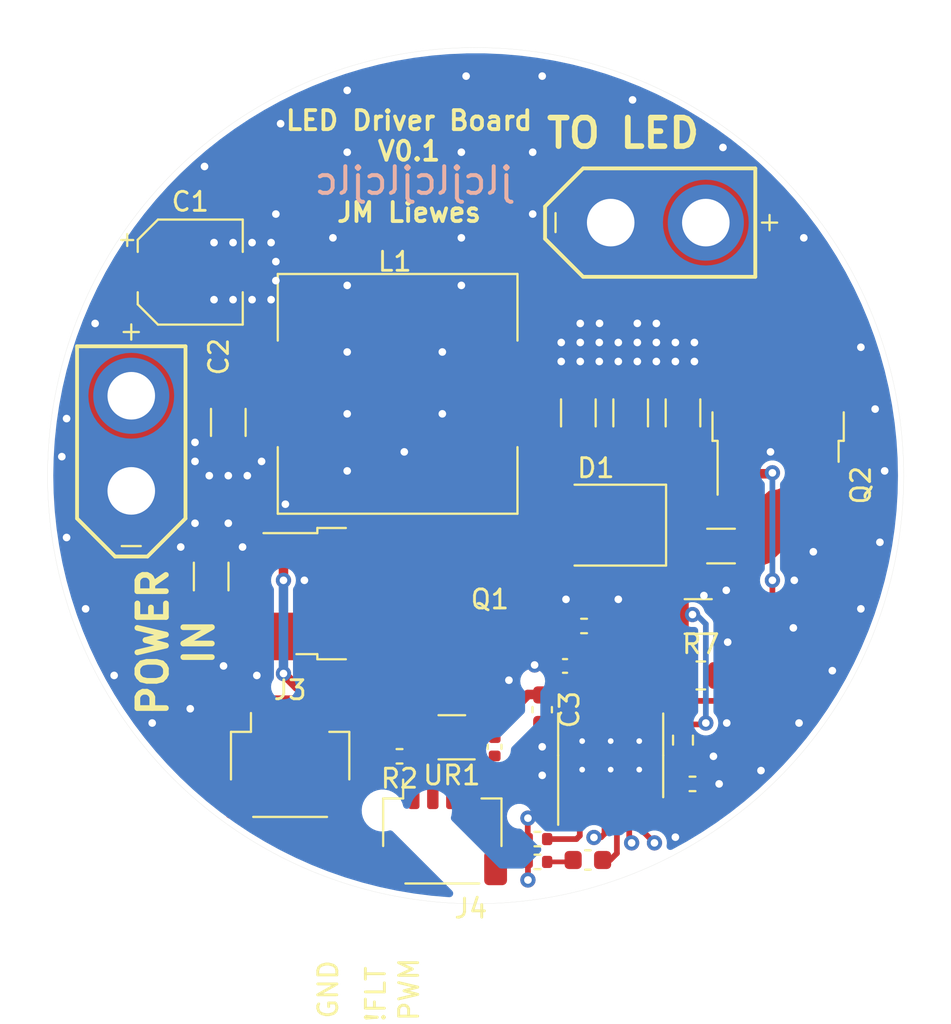
<source format=kicad_pcb>
(kicad_pcb (version 20211014) (generator pcbnew)
  (layers (0 "F.Cu" signal "F.Cu (Signal)") (1 "In1.Cu" power "In1.Cu (GND") (2 "In2.Cu" power "In2.Cu (GND)") (31 "B.Cu" signal "B.Cu (GND + minimal signal)") (34 "B.Paste" user) (35 "F.Paste" user) (36 "B.SilkS" user "B.Silkscreen") (37 "F.SilkS" user "F.Silkscreen") (38 "B.Mask" user) (39 "F.Mask" user) (44 "Edge.Cuts" user))
  (net 0 "")
  (net 1 "GND")
  (net 2 "/VCC")
  (net 3 "/COMP")
  (net 4 "/RCS")
  (net 5 "/NDRV")
  (net 6 "/!DIMOUT")
  (net 7 "/ICTRL")
  (net 8 "/RT{slash}SYNC")
  (net 9 "/CS")
  (net 10 "/ISENSE-")
  (net 11 "/OPV")
  (net 12 "/comp_RC")
  (net 13 "/ISENSE+")
  (net 14 "/IN")
  (net 15 "/LED+")
  (net 16 "/!FTL")
  (net 17 "/PWMDIM")
  (net 18 "/V-out")
  (net 19 "/L-out")
  (net 20 "/Vout-FET")
  (net 21 "+3V3")
  (net 22 "/I2C_SDA")
  (net 23 "/I2C_SCL")
  (net 24 "/divider_high")
  (footprint "Package_TO_SOT_SMD:SOT-363_SC-70-6" (layer "F.Cu") (at 148.75 113.75 180)
    (fp_text reference "UR1" (at 0 -2) (layer "F.SilkS"))
    (fp_text value "MCP4018T-104E")
    (fp_line (start 0.7 -1.16) (end -1.2 -1.16) (layer "F.SilkS") (width 0.12))
    (fp_line (start -0.7 1.16) (end 0.7 1.16) (layer "F.SilkS") (width 0.12))
    (pad "1" smd rect (at -0.95 -0.65 180) (size 0.65 0.4) (layers "F.Cu" "F.Paste" "F.Mask") (net 21 "+3V3"))
    (pad "2" smd rect (at -0.95 0 180) (size 0.65 0.4) (layers "F.Cu" "F.Paste" "F.Mask") (net 1 "GND"))
    (pad "3" smd rect (at -0.95 0.65 180) (size 0.65 0.4) (layers "F.Cu" "F.Paste" "F.Mask") (net 23 "/I2C_SCL"))
    (pad "4" smd rect (at 0.95 0.65 180) (size 0.65 0.4) (layers "F.Cu" "F.Paste" "F.Mask") (net 22 "/I2C_SDA"))
    (pad "5" smd rect (at 0.95 0 180) (size 0.65 0.4) (layers "F.Cu" "F.Paste" "F.Mask") (net 7 "/ICTRL"))
    (pad "6" smd rect (at 0.95 -0.65 180) (size 0.65 0.4) (layers "F.Cu" "F.Paste" "F.Mask") (net 24 "/divider_high"))
  )
  (footprint "Resistor_SMD:R_0805_2012Metric" (layer "F.Cu") (at 161.8375 110.5)
    (fp_text reference "R7" (at 0 -1.65) (layer "F.SilkS"))
    (fp_text value "100R")
    (fp_line (start -0.227064 0.735) (end 0.227064 0.735) (layer "F.SilkS") (width 0.12))
    (fp_line (start -0.227064 -0.735) (end 0.227064 -0.735) (layer "F.SilkS") (width 0.12))
    (pad "1" smd roundrect (at -0.9125 0) (size 1.025 1.4) (layers "F.Cu" "F.Paste" "F.Mask") (roundrect_rratio 0.243902) (net 10 "/ISENSE-"))
    (pad "2" smd roundrect (at 0.9125 0) (size 1.025 1.4) (layers "F.Cu" "F.Paste" "F.Mask") (roundrect_rratio 0.243902) (net 20 "/Vout-FET"))
  )
  (footprint "Connector_JST:JST_SH_SM04B-SRSS-TB_1x04-1MP_P1.00mm_Horizontal" (layer "F.Cu") (at 148.25 118.75)
    (fp_text reference "J4" (at 1.5 4) (layer "F.SilkS"))
    (fp_text value "JST_SM04B")
    (fp_line (start -3.11 -1.785) (end -2.06 -1.785) (layer "F.SilkS") (width 0.12))
    (fp_line (start -1.94 2.685) (end 1.94 2.685) (layer "F.SilkS") (width 0.12))
    (fp_line (start 3.11 -1.785) (end 2.06 -1.785) (layer "F.SilkS") (width 0.12))
    (fp_line (start 3.11 0.715) (end 3.11 -1.785) (layer "F.SilkS") (width 0.12))
    (fp_line (start -2.06 -1.785) (end -2.06 -2.775) (layer "F.SilkS") (width 0.12))
    (fp_line (start -3.11 0.715) (end -3.11 -1.785) (layer "F.SilkS") (width 0.12))
    (pad "1" smd roundrect (at -1.5 -2) (size 0.6 1.55) (layers "F.Cu" "F.Paste" "F.Mask") (net 21 "+3V3"))
    (pad "2" smd roundrect (at -0.5 -2) (size 0.6 1.55) (layers "F.Cu" "F.Paste" "F.Mask") (net 16 "/!FTL"))
    (pad "3" smd roundrect (at 0.5 -2) (size 0.6 1.55) (layers "F.Cu" "F.Paste" "F.Mask") (net 17 "/PWMDIM"))
    (pad "4" smd roundrect (at 1.5 -2) (size 0.6 1.55) (layers "F.Cu" "F.Paste" "F.Mask") (net 1 "GND"))
    (pad "MP" smd roundrect (at -2.8 1.875) (size 1.2 1.8) (layers "F.Cu" "F.Paste" "F.Mask") (roundrect_rratio 0.208333))
    (pad "MP" smd roundrect (at 2.8 1.875) (size 1.2 1.8) (layers "F.Cu" "F.Paste" "F.Mask") (roundrect_rratio 0.208333))
  )
  (footprint "Eldalote-footprints:XT30_Female" (layer "F.Cu") (at 159.6 86.7)
    (fp_text reference "J2")
    (fp_text value "XT30")
    (fp_line (start 5.1 -2.85) (end -3.95 -2.85) (layer "F.SilkS") (width 0.2))
    (fp_line (start 5.1 2.85) (end -3.95 2.85) (layer "F.SilkS") (width 0.2))
    (fp_line (start -5.95 0.85) (end -3.95 2.85) (layer "F.SilkS") (width 0.2))
    (fp_line (start -5.4 0.5) (end -5.4 -0.5) (layer "F.SilkS") (width 0.12))
    (fp_line (start -5.95 -0.85) (end -5.95 0.85) (layer "F.SilkS") (width 0.2))
    (fp_line (start 5.1 -2.85) (end 5.1 2.85) (layer "F.SilkS") (width 0.2))
    (fp_line (start 5.45 0) (end 6.25 0) (layer "F.SilkS") (width 0.12))
    (fp_line (start 5.85 -0.4) (end 5.85 0.4) (layer "F.SilkS") (width 0.12))
    (fp_line (start -5.95 -0.85) (end -3.95 -2.85) (layer "F.SilkS") (width 0.2))
    (pad "1" thru_hole circle (at -2.5 0) (size 4 4) (drill 2.5) (layers *.Cu *.Mask) (net 1 "GND"))
    (pad "2" thru_hole circle (at 2.5 0) (size 4 4) (drill 2.5) (layers *.Cu *.Mask) (net 15 "/LED+"))
  )
  (footprint "Capacitor_SMD:C_1206_3216Metric" (layer "F.Cu") (at 161.7 107.4)
    (fp_text reference "C9")
    (fp_text value "4u7")
    (fp_line (start -0.711252 0.91) (end 0.711252 0.91) (layer "F.SilkS") (width 0.12))
    (fp_line (start -0.711252 -0.91) (end 0.711252 -0.91) (layer "F.SilkS") (width 0.12))
    (pad "1" smd roundrect (at -1.475 0) (size 1.15 1.8) (layers "F.Cu" "F.Paste" "F.Mask") (roundrect_rratio 0.217391) (net 18 "/V-out"))
    (pad "2" smd roundrect (at 1.475 0) (size 1.15 1.8) (layers "F.Cu" "F.Paste" "F.Mask") (roundrect_rratio 0.217391) (net 1 "GND"))
  )
  (footprint "Eldalote-footprints:SRP-1265C" (layer "F.Cu") (at 145.9 95.7)
    (fp_text reference "L1" (at -0.15 -6.95 unlocked) (layer "F.SilkS"))
    (fp_text value "6u8")
    (fp_line (start 6.3 -6.3) (end -6.3 -6.3) (layer "F.SilkS") (width 0.12))
    (fp_line (start -6.3 -6.3) (end -6.3 -2.8) (layer "F.SilkS") (width 0.12))
    (fp_line (start -6.3 6.3) (end -6.3 2.8) (layer "F.SilkS") (width 0.12))
    (fp_line (start 6.3 6.3) (end -6.3 6.3) (layer "F.SilkS") (width 0.12))
    (fp_line (start 6.3 -6.3) (end 6.3 -2.8) (layer "F.SilkS") (width 0.12))
    (fp_line (start 6.3 6.3) (end 6.3 2.8) (layer "F.SilkS") (width 0.12))
    (pad "1" smd rect (at -5.625 0) (size 3.25 5) (layers "F.Cu" "F.Paste" "F.Mask") (net 14 "/IN"))
    (pad "2" smd rect (at 5.625 0) (size 3.25 5) (layers "F.Cu" "F.Paste" "F.Mask") (net 19 "/L-out"))
  )
  (footprint "Capacitor_SMD:C_1206_3216Metric" (layer "F.Cu") (at 158.15 96.7 90)
    (fp_text reference "C7")
    (fp_text value "4u7")
    (fp_line (start -0.711252 -0.91) (end 0.711252 -0.91) (layer "F.SilkS") (width 0.12))
    (fp_line (start -0.711252 0.91) (end 0.711252 0.91) (layer "F.SilkS") (width 0.12))
    (pad "1" smd roundrect (at -1.475 0 90) (size 1.15 1.8) (layers "F.Cu" "F.Paste" "F.Mask") (roundrect_rratio 0.217391) (net 18 "/V-out"))
    (pad "2" smd roundrect (at 1.475 0 90) (size 1.15 1.8) (layers "F.Cu" "F.Paste" "F.Mask") (roundrect_rratio 0.217391) (net 1 "GND"))
  )
  (footprint "Capacitor_SMD:C_0603_1608Metric" (layer "F.Cu") (at 155.9 120.2 180)
    (fp_text reference "C5")
    (fp_text value "220n")
    (fp_line (start -0.14058 -0.51) (end 0.14058 -0.51) (layer "F.SilkS") (width 0.12))
    (fp_line (start -0.14058 0.51) (end 0.14058 0.51) (layer "F.SilkS") (width 0.12))
    (pad "1" smd roundrect (at -0.775 0 180) (size 0.9 0.95) (layers "F.Cu" "F.Paste" "F.Mask") (net 3 "/COMP"))
    (pad "2" smd roundrect (at 0.775 0 180) (size 0.9 0.95) (layers "F.Cu" "F.Paste" "F.Mask") (net 12 "/comp_RC"))
  )
  (footprint "Resistor_SMD:R_1206_3216Metric" (layer "F.Cu") (at 136.1 105.3 -90)
    (fp_text reference "R9")
    (fp_text value "51m")
    (fp_line (start -0.727064 0.91) (end 0.727064 0.91) (layer "F.SilkS") (width 0.12))
    (fp_line (start -0.727064 -0.91) (end 0.727064 -0.91) (layer "F.SilkS") (width 0.12))
    (pad "1" smd roundrect (at -1.4625 0 270) (size 1.125 1.75) (layers "F.Cu" "F.Paste" "F.Mask") (roundrect_rratio 0.222222) (net 1 "GND"))
    (pad "2" smd roundrect (at 1.4625 0 270) (size 1.125 1.75) (layers "F.Cu" "F.Paste" "F.Mask") (roundrect_rratio 0.222222) (net 4 "/RCS"))
  )
  (footprint "Resistor_SMD:R_0603_1608Metric" (layer "F.Cu") (at 160.9 113.9 90)
    (fp_text reference "R5")
    (fp_text value "5M1")
    (fp_line (start -0.237258 -0.5225) (end 0.237258 -0.5225) (layer "F.SilkS") (width 0.12))
    (fp_line (start -0.237258 0.5225) (end 0.237258 0.5225) (layer "F.SilkS") (width 0.12))
    (pad "1" smd roundrect (at -0.825 0 90) (size 0.8 0.95) (layers "F.Cu" "F.Paste" "F.Mask") (net 11 "/OPV"))
    (pad "2" smd roundrect (at 0.825 0 90) (size 0.8 0.95) (layers "F.Cu" "F.Paste" "F.Mask") (net 18 "/V-out"))
  )
  (footprint "Capacitor_SMD:CP_Elec_5x5.3" (layer "F.Cu") (at 135 89.3)
    (fp_text reference "C1" (at 0 -3.7) (layer "F.SilkS"))
    (fp_text value "22u")
    (fp_line (start 2.76 -2.76) (end 2.76 -1.06) (layer "F.SilkS") (width 0.12))
    (fp_line (start -2.76 1.695563) (end -2.76 1.06) (layer "F.SilkS") (width 0.12))
    (fp_line (start -2.76 -1.695563) (end -2.76 -1.06) (layer "F.SilkS") (width 0.12))
    (fp_line (start -2.76 1.695563) (end -1.695563 2.76) (layer "F.SilkS") (width 0.12))
    (fp_line (start -1.695563 -2.76) (end 2.76 -2.76) (layer "F.SilkS") (width 0.12))
    (fp_line (start -2.76 -1.695563) (end -1.695563 -2.76) (layer "F.SilkS") (width 0.12))
    (fp_line (start -3.3125 -1.9975) (end -3.3125 -1.3725) (layer "F.SilkS") (width 0.12))
    (fp_line (start -3.625 -1.685) (end -3 -1.685) (layer "F.SilkS") (width 0.12))
    (fp_line (start -1.695563 2.76) (end 2.76 2.76) (layer "F.SilkS") (width 0.12))
    (fp_line (start 2.76 2.76) (end 2.76 1.06) (layer "F.SilkS") (width 0.12))
    (pad "1" smd roundrect (at -2.2 0) (size 3 1.6) (layers "F.Cu" "F.Paste" "F.Mask") (roundrect_rratio 0.15625) (net 14 "/IN"))
    (pad "2" smd roundrect (at 2.2 0) (size 3 1.6) (layers "F.Cu" "F.Paste" "F.Mask") (roundrect_rratio 0.15625) (net 1 "GND"))
  )
  (footprint "Capacitor_SMD:C_0402_1005Metric" (layer "F.Cu") (at 151 114.25 90)
    (fp_text reference "C10")
    (fp_text value "100n")
    (fp_line (start -0.107836 0.36) (end 0.107836 0.36) (layer "F.SilkS") (width 0.12))
    (fp_line (start -0.107836 -0.36) (end 0.107836 -0.36) (layer "F.SilkS") (width 0.12))
    (pad "1" smd roundrect (at -0.48 0 90) (size 0.56 0.62) (layers "F.Cu" "F.Paste" "F.Mask") (net 21 "+3V3"))
    (pad "2" smd roundrect (at 0.48 0 90) (size 0.56 0.62) (layers "F.Cu" "F.Paste" "F.Mask") (net 1 "GND"))
  )
  (footprint "Package_SO:HTSSOP-16-1EP_4.4x5mm_P0.65mm_EP3.4x5mm_Mask2.46x2.31mm_ThermalVias" (layer "F.Cu") (at 157.1 114.7 90)
    (fp_text reference "U1")
    (fp_text value "MAX16833")
    (fp_line (start 0 2.76) (end -2.2 2.76) (layer "F.SilkS") (width 0.12))
    (fp_line (start 0 -2.76) (end 2.2 -2.76) (layer "F.SilkS") (width 0.12))
    (fp_line (start 0 -2.76) (end -3.65 -2.76) (layer "F.SilkS") (width 0.12))
    (fp_line (start 0 2.76) (end 2.2 2.76) (layer "F.SilkS") (width 0.12))
    (pad "1" smd roundrect (at -2.8625 -2.275 90) (size 1.575 0.4) (layers "F.Cu" "F.Paste" "F.Mask") (net 1 "GND"))
    (pad "2" smd roundrect (at -2.8625 -1.625 90) (size 1.575 0.4) (layers "F.Cu" "F.Paste" "F.Mask") (net 8 "/RT{slash}SYNC"))
    (pad "3" smd roundrect (at -2.8625 -0.975 90) (size 1.575 0.4) (layers "F.Cu" "F.Paste" "F.Mask") (net 1 "GND"))
    (pad "4" smd roundrect (at -2.8625 -0.325 90) (size 1.575 0.4) (layers "F.Cu" "F.Paste" "F.Mask") (net 7 "/ICTRL"))
    (pad "5" smd roundrect (at -2.8625 0.325 90) (size 1.575 0.4) (layers "F.Cu" "F.Paste" "F.Mask") (net 3 "/COMP"))
    (pad "6" smd roundrect (at -2.8625 0.975 90) (size 1.575 0.4) (layers "F.Cu" "F.Paste" "F.Mask") (net 16 "/!FTL"))
    (pad "7" smd roundrect (at -2.8625 1.625 90) (size 1.575 0.4) (layers "F.Cu" "F.Paste" "F.Mask") (net 17 "/PWMDIM"))
    (pad "8" smd roundrect (at -2.8625 2.275 90) (size 1.575 0.4) (layers "F.Cu" "F.Paste" "F.Mask") (net 11 "/OPV"))
    (pad "9" smd roundrect (at 2.8625 2.275 90) (size 1.575 0.4) (layers "F.Cu" "F.Paste" "F.Mask") (net 6 "/!DIMOUT"))
    (pad "10" smd roundrect (at 2.8625 1.625 90) (size 1.575 0.4) (layers "F.Cu" "F.Paste" "F.Mask") (net 10 "/ISENSE-"))
    (pad "11" smd roundrect (at 2.8625 0.975 90) (size 1.575 0.4) (layers "F.Cu" "F.Paste" "F.Mask") (net 13 "/ISENSE+"))
    (pad "12" smd roundrect (at 2.8625 0.325 90) (size 1.575 0.4) (layers "F.Cu" "F.Paste" "F.Mask") (net 9 "/CS"))
    (pad "13" smd roundrect (at 2.8625 -0.325 90) (size 1.575 0.4) (layers "F.Cu" "F.Paste" "F.Mask") (net 1 "GND"))
    (pad "14" smd roundrect (at 2.8625 -0.975 90) (size 1.575 0.4) (layers "F.Cu" "F.Paste" "F.Mask") (net 5 "/NDRV"))
    (pad "15" smd roundrect (at 2.8625 -1.625 90) (size 1.575 0.4) (layers "F.Cu" "F.Paste" "F.Mask") (net 2 "/VCC"))
    (pad "16" smd roundrect (at 2.8625 -2.275 90) (size 1.575 0.4) (layers "F.Cu" "F.Paste" "F.Mask") (net 14 "/IN"))
    (pad "17" thru_hole circle (at 0.75 1.5 90) (size 0.7 0.7) (drill 0.3) (layers *.Cu) (net 1 "GND"))
    (pad "17" thru_hole circle (at 0.75 -1.5 90) (size 0.7 0.7) (drill 0.3) (layers *.Cu) (net 1 "GND"))
    (pad "17" thru_hole circle (at -0.75 -1.5 90) (size 0.7 0.7) (drill 0.3) (layers *.Cu) (net 1 "GND"))
    (pad "17" thru_hole circle (at -0.75 1.5 90) (size 0.7 0.7) (drill 0.3) (layers *.Cu) (net 1 "GND"))
    (pad "17" smd rect (at 0 0 90) (size 2 3.5) (layers "B.Cu") (net 1 "GND"))
    (pad "17" thru_hole circle (at -0.75 0 90) (size 0.7 0.7) (drill 0.3) (layers *.Cu) (net 1 "GND"))
    (pad "17" smd rect (at 0 0 90) (size 3.4 5) (layers "F.Cu") (net 1 "GND"))
    (pad "17" thru_hole circle (at 0.75 0 90) (size 0.7 0.7) (drill 0.3) (layers *.Cu) (net 1 "GND"))
  )
  (footprint "Resistor_SMD:R_0402_1005Metric" (layer "F.Cu") (at 153.25 120.3)
    (fp_text reference "R8")
    (fp_text value "910R")
    (fp_line (start -0.153641 0.38) (end 0.153641 0.38) (layer "F.SilkS") (width 0.12))
    (fp_line (start -0.153641 -0.38) (end 0.153641 -0.38) (layer "F.SilkS") (width 0.12))
    (pad "1" smd roundrect (at -0.51 0) (size 0.54 0.64) (layers "F.Cu" "F.Paste" "F.Mask") (net 1 "GND"))
    (pad "2" smd roundrect (at 0.51 0) (size 0.54 0.64) (layers "F.Cu" "F.Paste" "F.Mask") (net 12 "/comp_RC"))
  )
  (footprint "Resistor_SMD:R_1206_3216Metric" (layer "F.Cu") (at 162.9 103.7 180)
    (fp_text reference "R6")
    (fp_text value "330m")
    (fp_line (start -0.727064 0.91) (end 0.727064 0.91) (layer "F.SilkS") (width 0.12))
    (fp_line (start -0.727064 -0.91) (end 0.727064 -0.91) (layer "F.SilkS") (width 0.12))
    (pad "1" smd roundrect (at -1.4625 0 180) (size 1.125 1.75) (layers "F.Cu" "F.Paste" "F.Mask") (roundrect_rratio 0.222222) (net 20 "/Vout-FET"))
    (pad "2" smd roundrect (at 1.4625 0 180) (size 1.125 1.75) (layers "F.Cu" "F.Paste" "F.Mask") (roundrect_rratio 0.222222) (net 18 "/V-out"))
  )
  (footprint "Capacitor_SMD:C_1206_3216Metric" (layer "F.Cu") (at 155.4 96.7 90)
    (fp_text reference "C8")
    (fp_text value "4u7")
    (fp_line (start -0.711252 0.91) (end 0.711252 0.91) (layer "F.SilkS") (width 0.12))
    (fp_line (start -0.711252 -0.91) (end 0.711252 -0.91) (layer "F.SilkS") (width 0.12))
    (pad "1" smd roundrect (at -1.475 0 90) (size 1.15 1.8) (layers "F.Cu" "F.Paste" "F.Mask") (roundrect_rratio 0.217391) (net 18 "/V-out"))
    (pad "2" smd roundrect (at 1.475 0 90) (size 1.15 1.8) (layers "F.Cu" "F.Paste" "F.Mask") (roundrect_rratio 0.217391) (net 1 "GND"))
  )
  (footprint "Eldalote-footprints:XT30" (layer "F.Cu") (at 131.9 98.3 90)
    (fp_text reference "J1")
    (fp_text value "XT30")
    (fp_line (start 5.1 -2.85) (end 5.1 2.85) (layer "F.SilkS") (width 0.2))
    (fp_line (start -5.95 -0.85) (end -5.95 0.85) (layer "F.SilkS") (width 0.2))
    (fp_line (start 5.1 -2.85) (end -3.95 -2.85) (layer "F.SilkS") (width 0.2))
    (fp_line (start -5.95 0.85) (end -3.95 2.85) (layer "F.SilkS") (width 0.2))
    (fp_line (start -5.95 -0.85) (end -3.95 -2.85) (layer "F.SilkS") (width 0.2))
    (fp_line (start 5.45 0) (end 6.25 0) (layer "F.SilkS") (width 0.12))
    (fp_line (start 5.1 2.85) (end -3.95 2.85) (layer "F.SilkS") (width 0.2))
    (fp_line (start 5.85 -0.4) (end 5.85 0.4) (layer "F.SilkS") (width 0.12))
    (fp_line (start -5.4 0.5) (end -5.4 -0.5) (layer "F.SilkS") (width 0.12))
    (pad "1" thru_hole circle (at -2.5 0 90) (size 4 4) (drill 2.5) (layers *.Cu *.Mask) (net 1 "GND"))
    (pad "2" thru_hole circle (at 2.5 0 90) (size 4 4) (drill 2.5) (layers *.Cu *.Mask) (net 14 "/IN"))
  )
  (footprint "Resistor_SMD:R_0402_1005Metric" (layer "F.Cu") (at 153.25 119.1)
    (fp_text reference "R1")
    (fp_text value "7k32")
    (fp_line (start -0.153641 0.38) (end 0.153641 0.38) (layer "F.SilkS") (width 0.12))
    (fp_line (start -0.153641 -0.38) (end 0.153641 -0.38) (layer "F.SilkS") (width 0.12))
    (pad "1" smd roundrect (at -0.51 0) (size 0.54 0.64) (layers "F.Cu" "F.Paste" "F.Mask") (net 1 "GND"))
    (pad "2" smd roundrect (at 0.51 0) (size 0.54 0.64) (layers "F.Cu" "F.Paste" "F.Mask") (net 8 "/RT{slash}SYNC"))
  )
  (footprint "Capacitor_SMD:C_0603_1608Metric" (layer "F.Cu") (at 153.5 112.3 -90)
    (fp_text reference "C3" (at 0 -1.43 -90) (layer "F.SilkS"))
    (fp_text value "100n")
    (fp_line (start -0.14058 -0.51) (end 0.14058 -0.51) (layer "F.SilkS") (width 0.12))
    (fp_line (start -0.14058 0.51) (end 0.14058 0.51) (layer "F.SilkS") (width 0.12))
    (pad "1" smd roundrect (at -0.775 0 270) (size 0.9 0.95) (layers "F.Cu" "F.Paste" "F.Mask") (net 14 "/IN"))
    (pad "2" smd roundrect (at 0.775 0 270) (size 0.9 0.95) (layers "F.Cu" "F.Paste" "F.Mask") (net 1 "GND"))
  )
  (footprint "Resistor_SMD:R_0402_1005Metric" (layer "F.Cu") (at 146 114.75 180)
    (fp_text reference "R2" (at 0 -1.17) (layer "F.SilkS"))
    (fp_text value "100k")
    (fp_line (start -0.153641 0.38) (end 0.153641 0.38) (layer "F.SilkS") (width 0.12))
    (fp_line (start -0.153641 -0.38) (end 0.153641 -0.38) (layer "F.SilkS") (width 0.12))
    (pad "1" smd roundrect (at -0.51 0 180) (size 0.54 0.64) (layers "F.Cu" "F.Paste" "F.Mask") (net 24 "/divider_high"))
    (pad "2" smd roundrect (at 0.51 0 180) (size 0.54 0.64) (layers "F.Cu" "F.Paste" "F.Mask") (net 21 "+3V3"))
  )
  (footprint "Capacitor_SMD:C_0402_1005Metric" (layer "F.Cu") (at 154.7 110)
    (fp_text reference "C4")
    (fp_text value "1u")
    (fp_line (start -0.107836 0.36) (end 0.107836 0.36) (layer "F.SilkS") (width 0.12))
    (fp_line (start -0.107836 -0.36) (end 0.107836 -0.36) (layer "F.SilkS") (width 0.12))
    (pad "1" smd roundrect (at -0.48 0) (size 0.56 0.62) (layers "F.Cu" "F.Paste" "F.Mask") (net 1 "GND"))
    (pad "2" smd roundrect (at 0.48 0) (size 0.56 0.62) (layers "F.Cu" "F.Paste" "F.Mask") (net 2 "/VCC"))
  )
  (footprint "Connector_JST:JST_SH_SM04B-SRSS-TB_1x04-1MP_P1.00mm_Horizontal" (layer "F.Cu") (at 140.25 115.25)
    (fp_text reference "J3" (at 0 -3.98) (layer "F.SilkS"))
    (fp_text value "JST_SM04B")
    (fp_line (start -3.11 -1.785) (end -2.06 -1.785) (layer "F.SilkS") (width 0.12))
    (fp_line (start -2.06 -1.785) (end -2.06 -2.775) (layer "F.SilkS") (width 0.12))
    (fp_line (start 3.11 -1.785) (end 2.06 -1.785) (layer "F.SilkS") (width 0.12))
    (fp_line (start -3.11 0.715) (end -3.11 -1.785) (layer "F.SilkS") (width 0.12))
    (fp_line (start 3.11 0.715) (end 3.11 -1.785) (layer "F.SilkS") (width 0.12))
    (fp_line (start -1.94 2.685) (end 1.94 2.685) (layer "F.SilkS") (width 0.12))
    (pad "1" smd roundrect (at -1.5 -2) (size 0.6 1.55) (layers "F.Cu" "F.Paste" "F.Mask") (net 21 "+3V3"))
    (pad "2" smd roundrect (at -0.5 -2) (size 0.6 1.55) (layers "F.Cu" "F.Paste" "F.Mask") (net 22 "/I2C_SDA"))
    (pad "3" smd roundrect (at 0.5 -2) (size 0.6 1.55) (layers "F.Cu" "F.Paste" "F.Mask") (net 23 "/I2C_SCL"))
    (pad "4" smd roundrect (at 1.5 -2) (size 0.6 1.55) (layers "F.Cu" "F.Paste" "F.Mask") (net 1 "GND"))
    (pad "MP" smd roundrect (at 2.8 1.875) (size 1.2 1.8) (layers "F.Cu" "F.Paste" "F.Mask") (roundrect_rratio 0.208333))
    (pad "MP" smd roundrect (at -2.8 1.875) (size 1.2 1.8) (layers "F.Cu" "F.Paste" "F.Mask") (roundrect_rratio 0.208333))
  )
  (footprint "Capacitor_SMD:C_1206_3216Metric" (layer "F.Cu") (at 137 97.2 -90)
    (fp_text reference "C2" (at -3.45 0.5 -270) (layer "F.SilkS"))
    (fp_text value "10u ")
    (fp_line (start -0.711252 -0.91) (end 0.711252 -0.91) (layer "F.SilkS") (width 0.12))
    (fp_line (start -0.711252 0.91) (end 0.711252 0.91) (layer "F.SilkS") (width 0.12))
    (pad "1" smd roundrect (at -1.475 0 270) (size 1.15 1.8) (layers "F.Cu" "F.Paste" "F.Mask") (roundrect_rratio 0.217391) (net 14 "/IN"))
    (pad "2" smd roundrect (at 1.475 0 270) (size 1.15 1.8) (layers "F.Cu" "F.Paste" "F.Mask") (roundrect_rratio 0.217391) (net 1 "GND"))
  )
  (footprint "Capacitor_SMD:C_1206_3216Metric" (layer "F.Cu") (at 160.9 96.7 90)
    (fp_text reference "C6")
    (fp_text value "4u7")
    (fp_line (start -0.711252 -0.91) (end 0.711252 -0.91) (layer "F.SilkS") (width 0.12))
    (fp_line (start -0.711252 0.91) (end 0.711252 0.91) (layer "F.SilkS") (width 0.12))
    (pad "1" smd roundrect (at -1.475 0 90) (size 1.15 1.8) (layers "F.Cu" "F.Paste" "F.Mask") (roundrect_rratio 0.217391) (net 18 "/V-out"))
    (pad "2" smd roundrect (at 1.475 0 90) (size 1.15 1.8) (layers "F.Cu" "F.Paste" "F.Mask") (roundrect_rratio 0.217391) (net 1 "GND"))
  )
  (footprint "NetTie:NetTie-2_SMD_Pad0.5mm" (layer "F.Cu") (at 158.5 106.75 90)
    (fp_text reference "NT1")
    (fp_text value "NetTie_2")
    (fp_poly (pts (xy -0.5 -0.25) (xy 0.5 -0.25) (xy 0.5 0.25) (xy -0.5 0.25)) (layer "F.Cu") (width 0) (fill solid))
    (pad "1" smd circle (at -0.5 0 90) (size 0.5 0.5) (layers "F.Cu") (net 13 "/ISENSE+"))
    (pad "2" smd circle (at 0.5 0 90) (size 0.5 0.5) (layers "F.Cu") (net 18 "/V-out"))
  )
  (footprint "Package_TO_SOT_SMD:TO-252-2" (layer "F.Cu") (at 165.9 95.7 90)
    (fp_text reference "Q2" (at -4.8 4.35 90) (layer "F.SilkS"))
    (fp_text value "SUD50P10-43L-GE3")
    (fp_line (start -2.47 -3.18) (end -5.3 -3.18) (layer "F.SilkS") (width 0.12))
    (fp_line (start -2.47 -3.45) (end -2.47 -3.18) (layer "F.SilkS") (width 0.12))
    (fp_line (start -2.47 3.45) (end -2.47 3.18) (layer "F.SilkS") (width 0.12))
    (fp_line (start -0.97 3.45) (end -2.47 3.45) (layer "F.SilkS") (width 0.12))
    (fp_line (start -0.97 -3.45) (end -2.47 -3.45) (layer "F.SilkS") (width 0.12))
    (fp_line (start -2.47 3.18) (end -3.57 3.18) (layer "F.SilkS") (width 0.12))
    (pad "1" smd rect (at -4.2 -2.28 90) (size 2.2 1.2) (layers "F.Cu" "F.Paste" "F.Mask") (net 6 "/!DIMOUT"))
    (pad "2" smd rect (at 2.1 0 90) (size 6.4 5.8) (layers "F.Cu" "F.Mask") (net 15 "/LED+"))
    (pad "3" smd rect (at -4.2 2.28 90) (size 2.2 1.2) (layers "F.Cu" "F.Paste" "F.Mask") (net 20 "/Vout-FET"))
  )
  (footprint "Resistor_SMD:R_0402_1005Metric" (layer "F.Cu") (at 155.7 107.9 180)
    (fp_text reference "R4")
    (fp_text value "4k7")
    (fp_line (start -0.153641 -0.38) (end 0.153641 -0.38) (layer "F.SilkS") (width 0.12))
    (fp_line (start -0.153641 0.38) (end 0.153641 0.38) (layer "F.SilkS") (width 0.12))
    (pad "1" smd roundrect (at -0.51 0 180) (size 0.54 0.64) (layers "F.Cu" "F.Paste" "F.Mask") (net 9 "/CS"))
    (pad "2" smd roundrect (at 0.51 0 180) (size 0.54 0.64) (layers "F.Cu" "F.Paste" "F.Mask") (net 4 "/RCS"))
  )
  (footprint "Diode_SMD:D_PowerDI-5" (layer "F.Cu") (at 156.2 102.6 180)
    (fp_text reference "D1" (at -0.12 3) (layer "F.SilkS"))
    (fp_text value "D_Schottky")
    (fp_line (start -3.81 2.125) (end -3.81 -2.125) (layer "F.SilkS") (width 0.12))
    (fp_line (start 1 -2.125) (end -3.81 -2.125) (layer "F.SilkS") (width 0.12))
    (fp_line (start -3.81 2.125) (end 1 2.125) (layer "F.SilkS") (width 0.12))
    (pad "1" smd rect (at -1.12 0) (size 4.86 3.36) (layers "F.Cu" "F.Paste" "F.Mask") (net 18 "/V-out"))
    (pad "2" smd rect (at 2.862 0.92) (size 1.4 1.39) (layers "F.Cu" "F.Paste" "F.Mask") (net 19 "/L-out"))
    (pad "2" smd rect (at 2.862 -0.92) (size 1.4 1.39) (layers "F.Cu" "F.Paste" "F.Mask") (net 19 "/L-out"))
  )
  (footprint "Package_TO_SOT_SMD:TO-252-2" (layer "F.Cu") (at 144.15 106.2)
    (fp_text reference "Q1" (at 6.6 0.3) (layer "F.SilkS"))
    (fp_text value "Q_NMOS_GDS")
    (fp_line (start -2.47 3.18) (end -3.57 3.18) (layer "F.SilkS") (width 0.12))
    (fp_line (start -2.47 -3.45) (end -2.47 -3.18) (layer "F.SilkS") (width 0.12))
    (fp_line (start -0.97 -3.45) (end -2.47 -3.45) (layer "F.SilkS") (width 0.12))
    (fp_line (start -2.47 -3.18) (end -5.3 -3.18) (layer "F.SilkS") (width 0.12))
    (fp_line (start -0.97 3.45) (end -2.47 3.45) (layer "F.SilkS") (width 0.12))
    (fp_line (start -2.47 3.45) (end -2.47 3.18) (layer "F.SilkS") (width 0.12))
    (pad "1" smd rect (at -4.2 -2.28) (size 2.2 1.2) (layers "F.Cu" "F.Paste" "F.Mask") (net 5 "/NDRV"))
    (pad "2" smd rect (at 2.1 0) (size 6.4 5.8) (layers "F.Cu" "F.Mask") (net 19 "/L-out"))
    (pad "3" smd rect (at -4.2 2.28) (size 2.2 1.2) (layers "F.Cu" "F.Paste" "F.Mask") (net 4 "/RCS"))
  )
  (footprint "Resistor_SMD:R_0402_1005Metric" (layer "F.Cu") (at 161.4 116.2 180)
    (fp_text reference "R10")
    (fp_text value "100k")
    (fp_line (start -0.153641 0.38) (end 0.153641 0.38) (layer "F.SilkS") (width 0.12))
    (fp_line (start -0.153641 -0.38) (end 0.153641 -0.38) (layer "F.SilkS") (width 0.12))
    (pad "1" smd roundrect (at -0.51 0 180) (size 0.54 0.64) (layers "F.Cu" "F.Paste" "F.Mask") (net 1 "GND"))
    (pad "2" smd roundrect (at 0.51 0 180) (size 0.54 0.64) (layers "F.Cu" "F.Paste" "F.Mask") (net 11 "/OPV"))
  )
  (gr_circle locked (center 150 100) (end 172.5 100) (layer "Edge.Cuts") (width 0.01) (fill none))
  (gr_text "jlcjlcjlcjlc" (at 146.75 84.5) (layer "B.SilkS") (effects (font (size 1.4 1.4) (thickness 0.21)) (justify mirror)))
  (gr_text "LED Driver Board\nV0.1\n\nJM Liewes" (at 146.5 83.75) (layer "F.SilkS") (effects (font (size 1 1) (thickness 0.2))))
  (gr_text "POWER\nIN" (at 134.25 108.75 90) (layer "F.SilkS") (effects (font (size 1.5 1.5) (thickness 0.3))))
  (gr_text "PWM" (at 146.5 127 90) (layer "F.SilkS") (effects (font (size 1 1))))
  (gr_text "GND" (at 142.25 127 90) (layer "F.SilkS") (effects (font (size 1 1))))
  (gr_text "!FLT" (at 144.75 127.25 90) (layer "F.SilkS") (effects (font (size 1 1))))
  (gr_text "TO LED\n" (at 157.75 82) (layer "F.SilkS") (effects (font (size 1.5 1.5) (thickness 0.3))))
  (segment (start 152.74 118.01) (end 152.75 118) (width 0.3) (layer "F.Cu") (net 1))
  (segment (start 153.5 114.25) (end 153.5 113.03) (width 0.3) (layer "F.Cu") (net 1))
  (segment (start 154.825 116.225) (end 155.6 115.45) (width 0.3) (layer "F.Cu") (net 1))
  (segment (start 152.59 118.16) (end 152.75 118) (width 0.3) (layer "F.Cu") (net 1))
  (segment (start 156.775 111.8375) (end 156.775 114.375) (width 0.3) (layer "F.Cu") (net 1))
  (segment (start 163.25 107.475) (end 163.175 107.4) (width 0.5) (layer "F.Cu") (net 1))
  (segment (start 153.36 115.89) (end 153.5 115.75) (width 0.3) (layer "F.Cu") (net 1))
  (segment (start 152.74 119.1) (end 152.74 118.01) (width 0.3) (layer "F.Cu") (net 1))
  (segment (start 152.75 120.31) (end 152.74 120.3) (width 0.3) (layer "F.Cu") (net 1))
  (segment (start 156.125 115.675) (end 157.1 114.7) (width 0.3) (layer "F.Cu") (net 1))
  (segment (start 156.775 114.375) (end 157.1 114.7) (width 0.3) (layer "F.Cu") (net 1))
  (segment (start 163.175 106.025) (end 163.175 107.4) (width 0.5) (layer "F.Cu") (net 1))
  (segment (start 163.25 108.75) (end 163.25 107.475) (width 0.5) (layer "F.Cu") (net 1))
  (segment (start 154.22 109.95) (end 153.1 109.95) (width 0.3) (layer "F.Cu") (net 1))
  (segment (start 161.91 116.2) (end 162.8 116.2) (width 0.3) (layer "F.Cu") (net 1))
  (segment (start 152.75 121.25) (end 152.75 120.31) (width 0.3) (layer "F.Cu") (net 1))
  (segment (start 154.825 117.5625) (end 154.825 116.225) (width 0.3) (layer "F.Cu") (net 1))
  (segment (start 152.59 121.09) (end 152.75 121.25) (width 0.3) (layer "F.Cu") (net 1))
  (segment (start 156.125 117.5625) (end 156.125 115.675) (width 0.3) (layer "F.Cu") (net 1))
  (via (at 158.25 80.25) (size 0.8) (drill 0.4) (layers "F.Cu" "B.Cu") (net 1))
  (via (at 163 82.75) (size 0.8) (drill 0.4) (layers "F.Cu" "B.Cu") (net 1))
  (via (at 143.25 99.75) (size 0.8) (drill 0.4) (layers "F.Cu" "B.Cu") (net 1))
  (via (at 159.5 92) (size 0.8) (drill 0.4) (layers "F.Cu" "B.Cu") (net 1))
  (via (at 162 106.3) (size 0.8) (drill 0.4) (layers "F.Cu" "B.Cu") (net 1))
  (via (at 136 100) (size 0.8) (drill 0.4) (layers "F.Cu" "B.Cu") (net 1))
  (via (at 139.25 90.75) (size 0.8) (drill 0.4) (layers "F.Cu" "B.Cu") (net 1))
  (via (at 143.25 96.75) (size 0.8) (drill 0.4) (layers "F.Cu" "B.Cu") (net 1))
  (via (at 166.7 108) (size 0.8) (drill 0.4) (layers "F.Cu" "B.Cu") (net 1))
  (via (at 171 96.5) (size 0.8) (drill 0.4) (layers "F.Cu" "B.Cu") (net 1))
  (via (at 136.75 110) (size 0.8) (drill 0.4) (layers "F.Cu" "B.Cu") (net 1))
  (via (at 155.5 93) (size 0.8) (drill 0.4) (layers "F.Cu" "B.Cu") (net 1))
  (via (at 154.75 106.5) (size 0.8) (drill 0.4) (layers "F.Cu" "B.Cu") (net 1))
  (via (at 167.25 87.5) (size 0.8) (drill 0.4) (layers "F.Cu" "B.Cu") (net 1))
  (via (at 155.5 94) (size 0.8) (drill 0.4) (layers "F.Cu" "B.Cu") (net 1))
  (via (at 143.25 93.5) (size 0.8) (drill 0.4) (layers "F.Cu" "B.Cu") (net 1))
  (via (at 139.5 86.25) (size 0.8) (drill 0.4) (layers "F.Cu" "B.Cu") (net 1))
  (via (at 137.25 90.75) (size 0.8) (drill 0.4) (layers "F.Cu" "B.Cu") (net 1))
  (via (at 159.5 94) (size 0.8) (drill 0.4) (layers "F.Cu" "B.Cu") (net 1))
  (via (at 137.25 87.75) (size 0.8) (drill 0.4) (layers "F.Cu" "B.Cu") (net 1))
  (via (at 135.25 102.5) (size 0.8) (drill 0.4) (layers "F.Cu" "B.Cu") (net 1))
  (via (at 138.25 90.75) (size 0.8) (drill 0.4) (layers "F.Cu" "B.Cu") (net 1))
  (via (at 165 115.5) (size 0.8) (drill 0.4) (layers "F.Cu" "B.Cu") (net 1))
  (via (at 162.5 114.75) (size 0.8) (drill 0.4) (layers "F.Cu" "B.Cu") (net 1))
  (via (at 154.5 94) (size 0.8) (drill 0.4) (layers "F.Cu" "B.Cu") (net 1))
  (via (at 158.5 94) (size 0.8) (drill 0.4) (layers "F.Cu" "B.Cu") (net 1))
  (via (at 155.5 92) (size 0.8) (drill 0.4) (layers "F.Cu" "B.Cu") (net 1))
  (via (at 143.25 83) (size 0.8) (drill 0.4) (layers "F.Cu" "B.Cu") (net 1))
  (via (at 157.5 94) (size 0.8) (drill 0.4) (layers "F.Cu" "B.Cu") (net 1))
  (via (at 167 113) (size 0.8) (drill 0.4) (layers "F.Cu" "B.Cu") (net 1))
  (via (at 163.25 108.75) (size 0.8) (drill 0.4) (layers "F.Cu" "B.Cu") (net 1))
  (via (at 128.5 97) (size 0.8) (drill 0.4) (layers "F.Cu" "B.Cu") (net 1))
  (via (at 137 102.5) (size 0.8) (drill 0.4) (layers "F.Cu" "B.Cu") (net 1))
  (via (at 136.25 87.75) (size 0.8) (drill 0.4) (layers "F.Cu" "B.Cu") (net 1))
  (via (at 142.5 87.5) (size 0.8) (drill 0.4) (layers "F.Cu" "B.Cu") (net 1))
  (via (at 139.75 81.5) (size 0.8) (drill 0.4) (layers "F.Cu" "B.Cu") (net 1))
  (via (at 163.175 106.025) (size 0.8) (drill 0.4) (layers "F.Cu" "B.Cu") (net 1))
  (via (at 166.75 105.5) (size 0.8) (drill 0.4) (layers "F.Cu" "B.Cu") (net 1))
  (via (at 158.5 93) (size 0.8) (drill 0.4) (layers "F.Cu" "B.Cu") (net 1))
  (via (at 139.5 89.75) (size 0.8) (drill 0.4) (layers "F.Cu" "B.Cu") (net 1))
  (via (at 154.5 93) (size 0.8) (drill 0.4) (layers "F.Cu" "B.Cu") (net 1))
  (via (at 170.25 107) (size 0.8) (drill 0.4) (layers "F.Cu" "B.Cu") (net 1))
  (via (at 161.5 93) (size 0.8) (drill 0.4) (layers "F.Cu" "B.Cu") (net 1))
  (via (at 159.5 93) (size 0.8) (drill 0.4) (layers "F.Cu" "B.Cu") (net 1))
  (via (at 136.25 90.75) (size 0.8) (drill 0.4) (layers "F.Cu" "B.Cu") (net 1))
  (via (at 152.75 118) (size 0.8) (drill 0.4) (layers "F.Cu" "B.Cu") (net 1))
  (via (at 160.5 93) (size 0.8) (drill 0.4) (layers "F.Cu" "B.Cu") (net 1))
  (via (at 130 92) (size 0.8) (drill 0.4) (layers "F.Cu" "B.Cu") (net 1))
  (via (at 131 110.5) (size 0.8) (drill 0.4) (layers "F.Cu" "B.Cu") (net 1))
  (via (at 139.25 87.75) (size 0.8) (drill 0.4) (layers "F.Cu" "B.Cu") (net 1))
  (via (at 135.25 98.25) (size 0.8) (drill 0.4) (layers "F.Cu" "B.Cu") (net 1))
  (via (at 153.5 115.75) (size 0.8) (drill 0.4) (layers "F.Cu" "B.Cu") (net 1))
  (via (at 170.25 93.25) (size 0.8) (drill 0.4) (layers "F.Cu" "B.Cu") (net 1))
  (via (at 135 112.25) (size 0.8) (drill 0.4) (layers "F.Cu" "B.Cu") (net 1))
  (via (at 129.5 107) (size 0.8) (drill 0.4) (layers "F.Cu" "B.Cu") (net 1))
  (via (at 140 101.5) (size 0.8) (drill 0.4) (layers "F.Cu" "B.Cu") (net 1))
  (via (at 134.5 103.75) (size 0.8) (drill 0.4) (layers "F.Cu" "B.Cu") (net 1))
  (via (at 137.75 103.75) (size 0.8) (drill 0.4) (layers "F.Cu" "B.Cu") (net 1))
  (via (at 135.75 83.75) (size 0.8) (drill 0.4) (layers "F.Cu" "B.Cu") (net 1))
  (via (at 161.5 94) (size 0.8) (drill 0.4) (layers "F.Cu" "B.Cu") (net 1))
  (via (at 149.25 83) (size 0.8) (drill 0.4) (layers "F.Cu" "B.Cu") (net 1))
  (via (at 151.75 110.75) (size 0.8) (drill 0.4) (layers "F.Cu" "B.Cu") (net 1))
  (via (at 153.1 109.95) (size 0.8) (drill 0.4) (layers "F.Cu" "B.Cu") (net 1))
  (via (at 128.25 99) (size 0.8) (drill 0.4) (layers "F.Cu" "B.Cu") (net 1))
  (via (at 165.5 98.75) (size 0.8) (drill 0.4) (layers "F.Cu" "B.Cu") (net 1))
  (via (at 168.75 110.25) (size 0.8) (drill 0.4) (layers "F.Cu" "B.Cu") (net 1))
  (via (at 138 100) (size 0.8) (drill 0.4) (layers "F.Cu" "B.Cu") (net 1))
  (via (at 149.5 79) (size 0.8) (drill 0.4) (layers "F.Cu" "B.Cu") (net 1))
  (via (at 153 86.25) (size 0.8) (drill 0.4) (layers "F.Cu" "B.Cu") (net 1))
  (via (at 160.5 94) (size 0.8) (drill 0.4) (layers "F.Cu" "B.Cu") (net 1))
  (via (at 153.5 79) (size 0.8) (drill 0.4) (layers "F.Cu" "B.Cu") (net 1))
  (via (at 171.25 103.5) (size 0.8) (drill 0.4) (layers "F.Cu" "B.Cu") (net 1))
  (via (at 146.25 98.75) (size 0.8) (drill 0.4) (layers "F.Cu" "B.Cu") (net 1))
  (via (at 152.75 121.25) (size 0.8) (drill 0.4) (layers "F.Cu" "B.Cu") (net 1))
  (via (at 148.25 96.75) (size 0.8) (drill 0.4) (layers "F.Cu" "B.Cu") (net 1))
  (via (at 157.5 106.5) (size 0.8) (drill 0.4) (layers "F.Cu" "B.Cu") (net 1))
  (via (at 171.5 99.75) (size 0.8) (drill 0.4) (layers "F.Cu" "B.Cu") (net 1))
  (via (at 158.499614 91.994653) (size 0.8) (drill 0.4) (layers "F.Cu" "B.Cu") (net 1))
  (via (at 138.75 99.25) (size 0.8) (drill 0.4) (layers "F.Cu" "B.Cu") (net 1))
  (via (at 160.5 119) (size 0.8) (drill 0.4) (layers "F.Cu" "B.Cu") (net 1))
  (via (at 135.25 99.25) (size 0.8) (drill 0.4) (layers "F.Cu" "B.Cu") (net 1))
  (via (at 149.25 87.5) (size 0.8) (drill 0.4) (layers "F.Cu" "B.Cu") (net 1))
  (via (at 143.25 90) (size 0.8) (drill 0.4) (layers "F.Cu" "B.Cu") (net 1))
  (via (at 141 105.5) (size 0.8) (drill 0.4) (layers "F.Cu" "B.Cu") (net 1))
  (via (at 138.25 87.75) (size 0.8) (drill 0.4) (layers "F.Cu" "B.Cu") (net 1))
  (via (at 149.25 90) (size 0.8) (drill 0.4) (layers "F.Cu" "B.Cu") (net 1))
  (via (at 143.25 79.75) (size 0.8) (drill 0.4) (layers "F.Cu" "B.Cu") (net 1))
  (via (at 128.5 103.25) (size 0.8) (drill 0.4) (layers "F.Cu" "B.Cu") (net 1))
  (via (at 156.513738 91.994653) (size 0.8) (drill 0.4) (layers "F.Cu" "B.Cu") (net 1))
  (via (at 156.5 94) (size 0.8) (drill 0.4) (layers "F.Cu" "B.Cu") (net 1))
  (via (at 153 83) (size 0.8) (drill 0.4) (layers "F.Cu" "B.Cu") (net 1))
  (via (at 133 113) (size 0.8) (drill 0.4) (layers "F.Cu" "B.Cu") (net 1))
  (via (at 148.25 93.5) (size 0.8) (drill 0.4) (layers "F.Cu" "B.Cu") (net 1))
  (via (at 138.5 110.5) (size 0.8) (drill 0.4) (layers "F.Cu" "B.Cu") (net 1))
  (via (at 162.8 116.2) (size 0.8) (drill 0.4) (layers "F.Cu" "B.Cu") (net 1))
  (via (at 157.5 93) (size 0.8) (drill 0.4) (layers "F.Cu" "B.Cu") (net 1))
  (via (at 137 100) (size 0.8) (drill 0.4) (layers "F.Cu" "B.Cu") (net 1))
  (via (at 153.5 114.25) (size 0.8) (drill 0.4) (layers "F.Cu" "B.Cu") (net 1))
  (via (at 167.75 104) (size 0.8) (drill 0.4) (layers "F.Cu" "B.Cu") (net 1))
  (via (at 163.2 113) (size 0.8) (drill 0.4) (layers "F.Cu" "B.Cu") (net 1))
  (via (at 139.5 88.75) (size 0.8) (drill 0.4) (layers "F.Cu" "B.Cu") (net 1))
  (via (at 156.5 93) (size 0.8) (drill 0.4) (layers "F.Cu" "B.Cu") (net 1))
  (segment (start 155.25 110) (end 155.475 110.225) (width 0.3) (layer "F.Cu") (net 2))
  (segment (start 155.18 110) (end 155.25 110) (width 0.3) (layer "F.Cu") (net 2))
  (segment (start 155.475 110.225) (end 155.475 111.8375) (width 0.3) (layer "F.Cu") (net 2))
  (segment (start 157.425 117.5625) (end 157.425 119.85) (width 0.3) (layer "F.Cu") (net 3))
  (segment (start 157.425 119.85) (end 157.075 120.2) (width 0.3) (layer "F.Cu") (net 3))
  (segment (start 151.9 107.9) (end 155.19 107.9) (width 0.5) (layer "F.Cu") (net 4))
  (segment (start 149.5 110.3) (end 151.9 107.9) (width 0.5) (layer "F.Cu") (net 4))
  (segment (start 141.77 110.3) (end 149.5 110.3) (width 0.5) (layer "F.Cu") (net 4))
  (segment (start 139.95 108.48) (end 141.77 110.3) (width 0.5) (layer "F.Cu") (net 4))
  (segment (start 149.9 111.1) (end 152 109) (width 0.5) (layer "F.Cu") (net 5))
  (segment (start 140.6 111.1) (end 149.9 111.1) (width 0.5) (layer "F.Cu") (net 5))
  (segment (start 139.9 105.5) (end 139.9 103.97) (width 0.5) (layer "F.Cu") (net 5))
  (segment (start 156.125 111.8375) (end 156.125 110.675) (width 0.3) (layer "F.Cu") (net 5))
  (segment (start 152 109) (end 155.5 109) (width 0.5) (layer "F.Cu") (net 5))
  (segment (start 139.9 103.97) (end 139.95 103.92) (width 0.5) (layer "F.Cu") (net 5))
  (segment (start 139.9 110.4) (end 140.6 111.1) (width 0.5) (layer "F.Cu") (net 5))
  (segment (start 156.125 109.625) (end 156.125 110.675) (width 0.5) (layer "F.Cu") (net 5))
  (segment (start 155.5 109) (end 156.125 109.625) (width 0.5) (layer "F.Cu") (net 5))
  (via (at 139.9 110.4) (size 0.8) (drill 0.4) (layers "F.Cu" "B.Cu") (net 5))
  (via (at 139.9 105.5) (size 0.8) (drill 0.4) (layers "F.Cu" "B.Cu") (net 5))
  (segment (start 139.9 110.4) (end 139.9 105.5) (width 0.5) (layer "B.Cu") (net 5))
  (segment (start 165.6 109.65) (end 163.4125 111.8375) (width 0.3) (layer "F.Cu") (net 6))
  (segment (start 165.6 105.5) (end 165.6 109.65) (width 0.3) (layer "F.Cu") (net 6))
  (segment (start 165.6 99.85) (end 165.55 99.9) (width 0.5) (layer "F.Cu") (net 6))
  (segment (start 165.55 99.9) (end 163.62 99.9) (width 0.5) (layer "F.Cu") (net 6))
  (segment (start 163.4125 111.8375) (end 159.375 111.8375) (width 0.3) (layer "F.Cu") (net 6))
  (via (at 165.6 105.5) (size 0.8) (drill 0.4) (layers "F.Cu" "B.Cu") (net 6))
  (via (at 165.6 99.85) (size 0.8) (drill 0.4) (layers "F.Cu" "B.Cu") (net 6))
  (segment (start 165.6 99.85) (end 165.6 105.5) (width 0.3) (layer "B.Cu") (net 6))
  (segment (start 156.6 119) (end 156.234564 119) (width 0.3) (layer "F.Cu") (net 7))
  (segment (start 156.775 117.5625) (end 156.775 118.825) (width 0.3) (layer "F.Cu") (net 7))
  (segment (start 156.234564 119) (end 156.219011 119.015553) (width 0.3) (layer "F.Cu") (net 7))
  (segment (start 156.775 118.825) (end 156.6 119) (width 0.3) (layer "F.Cu") (net 7))
  (via (at 156.219011 119.015553) (size 0.8) (drill 0.4) (layers "F.Cu" "B.Cu") (net 7))
  (segment (start 156.219011 119.015553) (end 156.134564 119.1) (width 0.3) (layer "B.Cu") (net 7))
  (segment (start 155.475 117.5625) (end 155.475 118.925) (width 0.3) (layer "F.Cu") (net 8))
  (segment (start 155.3 119.1) (end 153.76 119.1) (width 0.3) (layer "F.Cu") (net 8))
  (segment (start 155.475 118.925) (end 155.3 119.1) (width 0.3) (layer "F.Cu") (net 8))
  (segment (start 157.425 111.8375) (end 157.425 108.325) (width 0.3) (layer "F.Cu") (net 9))
  (segment (start 157.425 108.325) (end 157 107.9) (width 0.3) (layer "F.Cu") (net 9))
  (segment (start 157 107.9) (end 156.21 107.9) (width 0.3) (layer "F.Cu") (net 9))
  (segment (start 158.725 110.575) (end 159.2 110.1) (width 0.3) (layer "F.Cu") (net 10))
  (segment (start 158.725 111.8375) (end 158.725 110.575) (width 0.3) (layer "F.Cu") (net 10))
  (segment (start 159.2 110.1) (end 160.775 110.1) (width 0.3) (layer "F.Cu") (net 10))
  (segment (start 160.9 117.2) (end 160.9 114.725) (width 0.3) (layer "F.Cu") (net 11))
  (segment (start 160.5375 117.5625) (end 160.9 117.2) (width 0.3) (layer "F.Cu") (net 11))
  (segment (start 159.375 117.5625) (end 160.5375 117.5625) (width 0.3) (layer "F.Cu") (net 11))
  (segment (start 153.76 120.3) (end 155.025 120.3) (width 0.25) (layer "F.Cu") (net 12))
  (segment (start 155.025 120.3) (end 155.125 120.2) (width 0.25) (layer "F.Cu") (net 12))
  (segment (start 158.075 111.8375) (end 158.075 110.125) (width 0.3) (layer "F.Cu") (net 13))
  (segment (start 158.075 110.125) (end 158.1 110.1) (width 0.3) (layer "F.Cu") (net 13))
  (segment (start 158.1 107.65) (end 158.1 110.1) (width 0.5) (layer "F.Cu") (net 13))
  (segment (start 158.5 107.25) (end 158.1 107.65) (width 0.5) (layer "F.Cu") (net 13))
  (segment (start 152.45 111.8) (end 152.75 111.5) (width 0.5) (layer "F.Cu") (net 14))
  (segment (start 138.047918 111.25) (end 138.597918 111.8) (width 0.5) (layer "F.Cu") (net 14))
  (segment (start 152.75 111.5) (end 153.475 111.5) (width 0.5) (layer "F.Cu") (net 14))
  (segment (start 138.597918 111.8) (end 152.45 111.8) (width 0.5) (layer "F.Cu") (net 14))
  (segment (start 129.4 98.3) (end 129.4 104.6) (width 0.5) (layer "F.Cu") (net 14))
  (segment (start 153.475 111.5) (end 153.5 111.525) (width 0.5) (layer "F.Cu") (net 14))
  (segment (start 154.5125 111.525) (end 154.825 111.8375) (width 0.3) (layer "F.Cu") (net 14))
  (segment (start 129.4 104.6) (end 136.05 111.25) (width 0.5) (layer "F.Cu") (net 14))
  (segment (start 136.05 111.25) (end 138.047918 111.25) (width 0.5) (layer "F.Cu") (net 14))
  (segment (start 131.9 95.8) (end 129.4 98.3) (width 0.5) (layer "F.Cu") (net 14))
  (segment (start 153.5 111.525) (end 154.5125 111.525) (width 0.5) (layer "F.Cu") (net 14))
  (segment (start 158.075 119.175) (end 158.2 119.3) (width 0.3) (layer "F.Cu") (net 16))
  (segment (start 158.075 117.5625) (end 158.075 119.175) (width 0.3) (layer "F.Cu") (net 16))
  (via (at 158.2 119.3) (size 0.8) (drill 0.4) (layers "F.Cu" "B.Cu") (net 16))
  (segment (start 158.725 118.625) (end 159.4 119.3) (width 0.3) (layer "F.Cu") (net 17))
  (segment (start 158.725 117.5625) (end 158.725 118.625) (width 0.3) (layer "F.Cu") (net 17))
  (via (at 159.4 119.3) (size 0.8) (drill 0.4) (layers "F.Cu" "B.Cu") (net 17))
  (segment (start 158.5 106.25) (end 158.5 103.78) (width 0.5) (layer "F.Cu") (net 18))
  (segment (start 160.325 107.3) (end 160.225 107.4) (width 0.3) (layer "F.Cu") (net 18))
  (segment (start 158.5 103.78) (end 157.32 102.6) (width 0.5) (layer "F.Cu") (net 18))
  (segment (start 160.9 113.075) (end 162.025 113.075) (width 0.3) (layer "F.Cu") (net 18))
  (segment (start 161.4 107.3) (end 160.325 107.3) (width 0.3) (layer "F.Cu") (net 18))
  (segment (start 162.025 113.075) (end 162.1 113) (width 0.3) (layer "F.Cu") (net 18))
  (via (at 161.4 107.3) (size 0.8) (drill 0.4) (layers "F.Cu" "B.Cu") (net 18))
  (via (at 162.1 113) (size 0.8) (drill 0.4) (layers "F.Cu" "B.Cu") (net 18))
  (segment (start 162.1 107.8) (end 161.7 107.4) (width 0.3) (layer "B.Cu") (net 18))
  (segment (start 161.7 107.4) (end 161.6 107.3) (width 0.3) (layer "B.Cu") (net 18))
  (segment (start 162.1 113) (end 162.1 107.8) (width 0.3) (layer "B.Cu") (net 18))
  (segment (start 161.6 107.3) (end 161.4 107.3) (width 0.3) (layer "B.Cu") (net 18))
  (segment (start 162.425 110.1) (end 163.4 110.1) (width 0.3) (layer "F.Cu") (net 20))
  (segment (start 164.3625 109.1375) (end 164.3625 103.7) (width 0.3) (layer "F.Cu") (net 20))
  (segment (start 163.4 110.1) (end 164.3625 109.1375) (width 0.3) (layer "F.Cu") (net 20))
  (zone (net 1) (net_name "GND") (layer "F.Cu") (connect_pads yes (clearance 0.25)) (min_thickness 0.4) (fill yes (thermal_gap 0.3) (thermal_bridge_width 0.6))
    (polygon (pts (xy 138 98.25) (xy 138 98.5) (xy 138.5 99) (xy 139 99) (xy 139.25 99.25) (xy 139.25 99.75) (xy 138.5 100.5) (xy 138.5 104.25) (xy 137.75 105) (xy 134 105) (xy 130.25 102) (xy 130.25 99) (xy 130.75 98.5) (xy 134.25 98.5) (xy 134.75 98) (xy 137.75 98)))
  )
  (zone (net 15) (net_name "/LED+") (layer "F.Cu") (connect_pads yes (clearance 0.3)) (min_thickness 0.4) (fill yes (thermal_gap 0.3) (thermal_bridge_width 0.6))
    (polygon (pts (xy 164.4 84.7) (xy 164.4 86.7) (xy 166.8 89.3) (xy 168.3 89.3) (xy 169.2 90.2) (xy 169.2 96.9) (xy 168.8 97.3) (xy 163.2 97.3) (xy 162.6 96.7) (xy 162.6 91.9) (xy 159.8 89.1) (xy 159.8 84.6) (xy 160.3 84) (xy 163.8 84)))
  )
  (zone (net 1) (net_name "GND") (layer "F.Cu") (connect_pads yes (clearance 0.3)) (min_thickness 0.4) (fill yes (thermal_gap 0.3) (thermal_bridge_width 0.6))
    (polygon (pts (xy 159.3 85.4) (xy 159.3 90.1) (xy 162 92.8) (xy 162 96) (xy 161.7 96.4) (xy 154.7 96.4) (xy 154.1 95.7) (xy 154.1 93.4) (xy 154.1 85) (xy 155.1 84) (xy 158 84) (xy 158.2 84)))
  )
  (zone (net 19) (net_name "/L-out") (layer "F.Cu") (connect_pads yes (clearance 0.3)) (min_thickness 0.4) (fill yes (thermal_gap 0.3) (thermal_bridge_width 0.6))
    (polygon (pts (xy 153.5 93) (xy 153.5 99.8) (xy 154 100.5) (xy 154 105.5) (xy 152.9 106.45) (xy 150.9 106.45) (xy 150.15 107.2) (xy 150.15 108.95) (xy 149.4 109.7) (xy 142.9 109.7) (xy 142.4 109.2) (xy 142.4 103.2) (xy 144.4 101.2) (xy 146.9 101.2) (xy 149.3 99.2) (xy 149.3 93.3) (xy 150.5 92.45) (xy 152.9 92.45)))
  )
  (zone (net 18) (net_name "/V-out") (layer "F.Cu") (connect_pads yes (clearance 0.3)) (min_thickness 0.4) (fill yes (thermal_gap 0.3) (thermal_bridge_width 0.6))
    (polygon (pts (xy 162.3 97.6) (xy 162.3 104.6) (xy 161.7 105.2) (xy 161.7 105.8) (xy 161.2 106.3) (xy 161.2 108.3) (xy 160.8 108.7) (xy 159.6 108.7) (xy 159.4 108.4) (xy 159.4 106) (xy 158.6 105.6) (xy 155.6 105.6) (xy 155 105) (xy 155 100) (xy 154.25 99.25) (xy 154.25 97.8) (xy 154.75 97.1) (xy 161.8 97.1)))
  )
  (zone (net 14) (net_name "/IN") (layer "F.Cu") (connect_pads yes (clearance 0.3)) (min_thickness 0.4) (fill yes (thermal_gap 0.3) (thermal_bridge_width 0.6))
    (polygon (pts (xy 135 88.4) (xy 135 90.2) (xy 135 91.1) (xy 136.8 92.7) (xy 141.7 92.7) (xy 142.4 93.3) (xy 142.4 98.2) (xy 141.9 98.7) (xy 138.7 98.7) (xy 138.3 98.3) (xy 138.3 97.6) (xy 137.7 97.1) (xy 134.6 97.1) (xy 133.3 98.2) (xy 130.1 98.2) (xy 129.2 97.4) (xy 129.2 94) (xy 130.7 92.6) (xy 130.7 89.5) (xy 131.9 88) (xy 134.7 88)))
  )
  (zone (net 20) (net_name "/Vout-FET") (layer "F.Cu") (connect_pads yes (clearance 0.508)) (min_thickness 0.4) (fill yes (thermal_gap 0.3) (thermal_bridge_width 0.6))
    (polygon (pts (xy 169.1 98.7) (xy 169.1 101.2) (xy 165.1 104.9) (xy 163.8 104.9) (xy 163.4 104.4) (xy 163.4 102.5) (xy 167.2 99.3) (xy 167.2 98.8) (xy 167.6 98.4) (xy 168.8 98.4)))
  )
  (zone (net 1) (net_name "GND") (layer "F.Cu") (connect_pads yes (clearance 0.25)) (min_thickness 0.4) (fill yes (thermal_gap 0.3) (thermal_bridge_width 0.6))
    (polygon (pts (xy 140 87.75) (xy 140 91) (xy 139.5 91.5) (xy 136.25 91.5) (xy 135.5 90.75) (xy 135.5 87.75) (xy 136 87.25) (xy 139.5 87.25)))
  )
  (zone (net 4) (net_name "/RCS") (layer "F.Cu") (connect_pads yes (clearance 0.3)) (min_thickness 0.4) (fill yes (thermal_gap 0.3) (thermal_bridge_width 0.6))
    (polygon (pts (xy 137.8 105.8) (xy 137.8 106.3) (xy 138.7 107.2) (xy 141 107.2) (xy 141.5 107.7) (xy 141.5 109.4) (xy 141.2 109.7) (xy 137.9 109.7) (xy 137.6 109.4) (xy 137.6 109) (xy 136.9 108.3) (xy 134.9 108.3) (xy 134.4 107.8) (xy 134.4 106) (xy 135 105.4) (xy 137.4 105.4)))
  )
  (zone (net 1) (net_name "GND") (layers "In1.Cu" "In2.Cu" "B.Cu") (connect_pads yes (clearance 0.25)) (min_thickness 0.4) (fill yes (thermal_gap 0.3) (thermal_bridge_width 0.6))
    (polygon (pts (xy 175 75) (xy 175 125) (xy 125 125) (xy 125 75)))
  )
)
</source>
